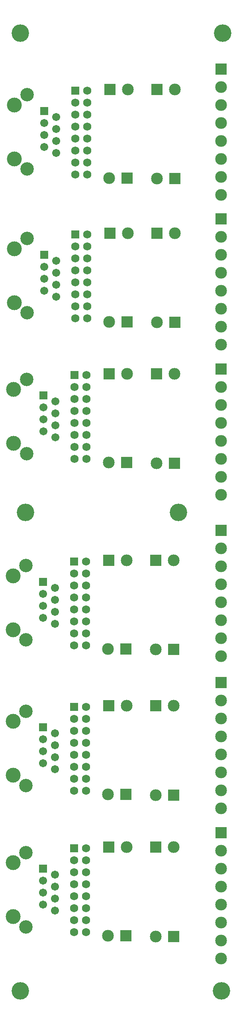
<source format=gbs>
G04 Layer_Color=16711935*
%FSTAX24Y24*%
%MOIN*%
G70*
G01*
G75*
%ADD28C,0.0982*%
%ADD29R,0.0982X0.0982*%
%ADD30C,0.1460*%
%ADD31C,0.0680*%
%ADD32R,0.0680X0.0680*%
%ADD33R,0.0982X0.0982*%
%ADD34C,0.1241*%
%ADD35C,0.1123*%
%ADD36C,0.0671*%
%ADD37R,0.0671X0.0671*%
D28*
X0575Y01035D02*
D03*
Y01185D02*
D03*
Y01335D02*
D03*
Y01485D02*
D03*
Y01635D02*
D03*
Y01785D02*
D03*
Y01935D02*
D03*
Y0229D02*
D03*
Y0244D02*
D03*
Y0259D02*
D03*
Y0274D02*
D03*
Y0289D02*
D03*
Y0304D02*
D03*
Y0319D02*
D03*
Y0356D02*
D03*
Y0371D02*
D03*
Y0386D02*
D03*
Y0401D02*
D03*
Y0416D02*
D03*
Y0431D02*
D03*
Y0446D02*
D03*
Y04905D02*
D03*
Y05055D02*
D03*
Y05205D02*
D03*
Y05355D02*
D03*
Y05505D02*
D03*
Y05655D02*
D03*
Y05805D02*
D03*
Y0616D02*
D03*
Y0631D02*
D03*
Y0646D02*
D03*
Y0661D02*
D03*
Y0676D02*
D03*
Y0691D02*
D03*
Y0706D02*
D03*
Y0741D02*
D03*
Y0756D02*
D03*
Y0771D02*
D03*
Y0786D02*
D03*
Y0801D02*
D03*
Y0816D02*
D03*
Y0831D02*
D03*
X04815Y0755D02*
D03*
X05215Y07545D02*
D03*
X05365Y0829D02*
D03*
X0497D02*
D03*
X04815Y0635D02*
D03*
X04805Y0362D02*
D03*
X0481Y05175D02*
D03*
X04805Y01225D02*
D03*
Y02405D02*
D03*
X05205Y0122D02*
D03*
Y024D02*
D03*
X05215Y06345D02*
D03*
X05205Y03615D02*
D03*
X0521Y0517D02*
D03*
X05355Y0436D02*
D03*
Y01965D02*
D03*
Y03145D02*
D03*
X05365Y0709D02*
D03*
X0536Y05915D02*
D03*
X0497Y0709D02*
D03*
X0496Y03145D02*
D03*
Y01965D02*
D03*
X04965Y05915D02*
D03*
X0496Y0436D02*
D03*
D29*
X0575Y02085D02*
D03*
Y0334D02*
D03*
Y0461D02*
D03*
Y05955D02*
D03*
Y0721D02*
D03*
Y0846D02*
D03*
D30*
X05755Y00765D02*
D03*
X0407D02*
D03*
X05395Y0476D02*
D03*
X04115D02*
D03*
X05765Y0876D02*
D03*
X0407D02*
D03*
D31*
X0463Y0758D02*
D03*
Y0768D02*
D03*
X0453Y0818D02*
D03*
Y0808D02*
D03*
Y0798D02*
D03*
Y0788D02*
D03*
Y0778D02*
D03*
Y0768D02*
D03*
Y0758D02*
D03*
X0463Y0778D02*
D03*
Y0788D02*
D03*
Y0798D02*
D03*
Y0808D02*
D03*
Y0818D02*
D03*
Y0828D02*
D03*
X0462Y01255D02*
D03*
Y01355D02*
D03*
X0452Y01855D02*
D03*
Y01755D02*
D03*
Y01655D02*
D03*
Y01555D02*
D03*
Y01455D02*
D03*
Y01355D02*
D03*
Y01255D02*
D03*
X0462Y01455D02*
D03*
Y01555D02*
D03*
Y01655D02*
D03*
Y01755D02*
D03*
Y01855D02*
D03*
Y01955D02*
D03*
Y02435D02*
D03*
Y02535D02*
D03*
X0452Y03035D02*
D03*
Y02935D02*
D03*
Y02835D02*
D03*
Y02735D02*
D03*
Y02635D02*
D03*
Y02535D02*
D03*
Y02435D02*
D03*
X0462Y02635D02*
D03*
Y02735D02*
D03*
Y02835D02*
D03*
Y02935D02*
D03*
Y03035D02*
D03*
Y03135D02*
D03*
Y0365D02*
D03*
Y0375D02*
D03*
X0452Y0425D02*
D03*
Y0415D02*
D03*
Y0405D02*
D03*
Y0395D02*
D03*
Y0385D02*
D03*
Y0375D02*
D03*
Y0365D02*
D03*
X0462Y0385D02*
D03*
Y0395D02*
D03*
Y0405D02*
D03*
Y0415D02*
D03*
Y0425D02*
D03*
Y0435D02*
D03*
X04625Y05205D02*
D03*
Y05305D02*
D03*
X04525Y05805D02*
D03*
Y05705D02*
D03*
Y05605D02*
D03*
Y05505D02*
D03*
Y05405D02*
D03*
Y05305D02*
D03*
Y05205D02*
D03*
X04625Y05405D02*
D03*
Y05505D02*
D03*
Y05605D02*
D03*
Y05705D02*
D03*
Y05805D02*
D03*
Y05905D02*
D03*
X0463Y0638D02*
D03*
Y0648D02*
D03*
X0453Y0698D02*
D03*
Y0688D02*
D03*
Y0678D02*
D03*
Y0668D02*
D03*
Y0658D02*
D03*
Y0648D02*
D03*
Y0638D02*
D03*
X0463Y0658D02*
D03*
Y0668D02*
D03*
Y0678D02*
D03*
Y0688D02*
D03*
Y0698D02*
D03*
Y0708D02*
D03*
D32*
X0453Y0828D02*
D03*
X0452Y01955D02*
D03*
Y03135D02*
D03*
Y0435D02*
D03*
X04525Y05905D02*
D03*
X0453Y0708D02*
D03*
D33*
X04965Y0755D02*
D03*
X05365Y07545D02*
D03*
X05215Y0829D02*
D03*
X0482D02*
D03*
X04965Y0635D02*
D03*
X04955Y0362D02*
D03*
X0496Y05175D02*
D03*
X04955Y01225D02*
D03*
Y02405D02*
D03*
X05355Y0122D02*
D03*
Y024D02*
D03*
X05365Y06345D02*
D03*
X05355Y03615D02*
D03*
X0536Y0517D02*
D03*
X05205Y0436D02*
D03*
Y01965D02*
D03*
Y03145D02*
D03*
X05215Y0709D02*
D03*
X0521Y05915D02*
D03*
X0482Y0709D02*
D03*
X0481Y03145D02*
D03*
Y01965D02*
D03*
X04815Y05915D02*
D03*
X0481Y0436D02*
D03*
D34*
X0401Y01385D02*
D03*
Y01835D02*
D03*
Y03015D02*
D03*
Y02565D02*
D03*
Y0378D02*
D03*
Y0423D02*
D03*
X04015Y05785D02*
D03*
Y05335D02*
D03*
X0402Y0651D02*
D03*
Y0696D02*
D03*
Y0816D02*
D03*
Y0771D02*
D03*
D35*
X041187Y0192D02*
D03*
Y013D02*
D03*
Y0248D02*
D03*
Y031D02*
D03*
Y04315D02*
D03*
Y03695D02*
D03*
X041237Y0525D02*
D03*
Y0587D02*
D03*
X041287Y07045D02*
D03*
Y06425D02*
D03*
Y07625D02*
D03*
Y08245D02*
D03*
D36*
X0426Y01685D02*
D03*
Y01585D02*
D03*
X0436Y01635D02*
D03*
Y01535D02*
D03*
X0426Y01485D02*
D03*
X0436Y01735D02*
D03*
Y01435D02*
D03*
Y02615D02*
D03*
Y02915D02*
D03*
X0426Y02665D02*
D03*
X0436Y02715D02*
D03*
Y02815D02*
D03*
X0426Y02765D02*
D03*
Y02865D02*
D03*
Y0408D02*
D03*
Y0398D02*
D03*
X0436Y0403D02*
D03*
Y0393D02*
D03*
X0426Y0388D02*
D03*
X0436Y0413D02*
D03*
Y0383D02*
D03*
X04365Y05385D02*
D03*
Y05685D02*
D03*
X04265Y05435D02*
D03*
X04365Y05485D02*
D03*
Y05585D02*
D03*
X04265Y05535D02*
D03*
Y05635D02*
D03*
X0427Y0681D02*
D03*
Y0671D02*
D03*
X0437Y0676D02*
D03*
Y0666D02*
D03*
X0427Y0661D02*
D03*
X0437Y0686D02*
D03*
Y0656D02*
D03*
Y0776D02*
D03*
Y0806D02*
D03*
X0427Y0781D02*
D03*
X0437Y0786D02*
D03*
Y0796D02*
D03*
X0427Y0791D02*
D03*
Y0801D02*
D03*
D37*
X0426Y01785D02*
D03*
Y02965D02*
D03*
Y0418D02*
D03*
X04265Y05735D02*
D03*
X0427Y0691D02*
D03*
Y0811D02*
D03*
M02*

</source>
